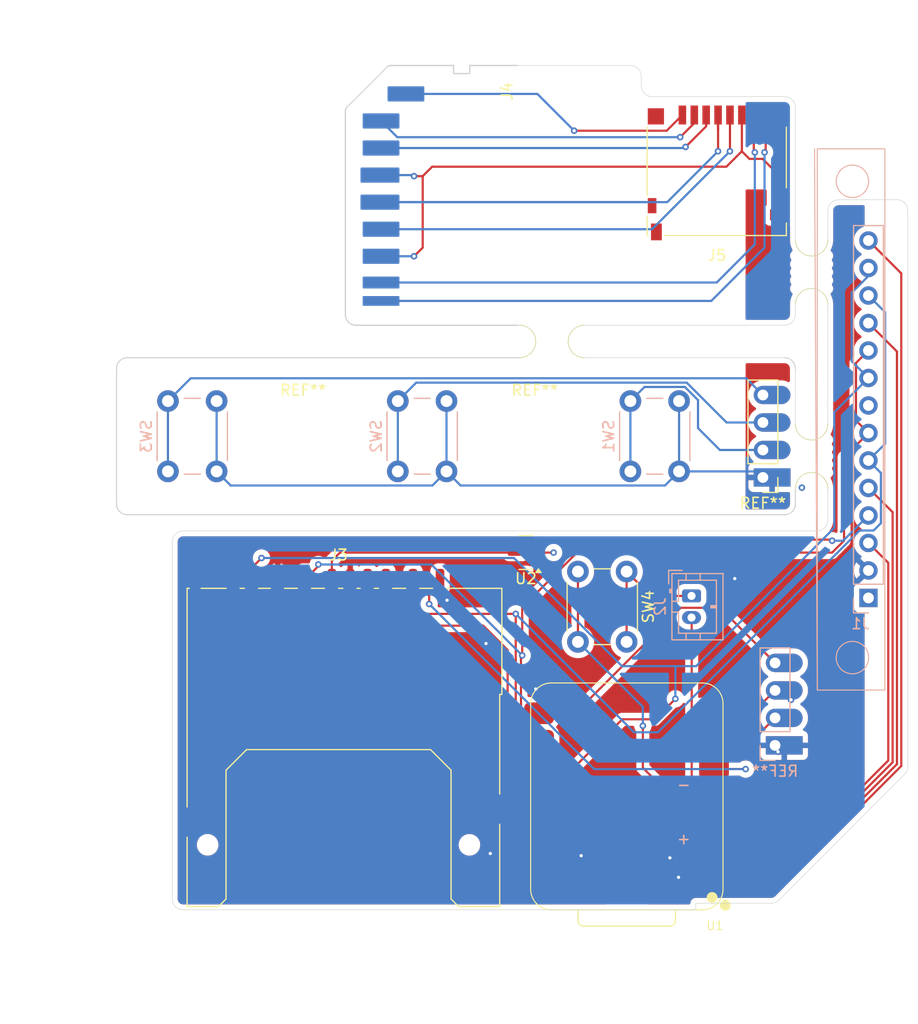
<source format=kicad_pcb>
(kicad_pcb (version 20241229) (generator "pcbnew") (generator_version "9.0")
  (title_block (title "ULTRATERM PCB") (date "2025-06-28") (rev "3") (comment 1 "SD CARD IS FULL") (comment 2 "BLOOD IS FUEL") (comment 3 "MANKIND IS DEAD"))
  (layers (0 "F.Cu" signal) (2 "B.Cu" signal) (13 "F.Paste" user) (15 "B.Paste" user) (5 "F.SilkS" user "F.Silkscreen") (7 "B.SilkS" user "B.Silkscreen") (1 "F.Mask" user) (3 "B.Mask" user) (25 "Edge.Cuts" user))
  (net 0 "")
  (net 1 "Net-(J2-Pin_2)")
  (net 2 "Net-(J2-Pin_1)")
  (net 3 "MOSI")
  (net 4 "+3V3")
  (net 6 "SD CS")
  (net 7 "GND")
  (net 9 "MISO")
  (net 10 "b1")
  (net 11 "b2")
  (net 12 "b3")
  (net 13 "Net-(SW4-B)")
  (net 15 "TOUCH_CS")
  (net 16 "LCD_CS")
  (net 22 "TOUCH_PEN")
  (net 26 "LCD_DS")
  (net 27 "LCD_RES")
  (net 28 "Net-(J1-CLK)")
  (net 31 "Net-(J4-DAT0)")
  (net 32 "Net-(J5-SHIELD)")
  (net 33 "Net-(J4-CMD)")
  (net 34 "Net-(J4-VDD)")
  (net 35 "Net-(J4-CLK)")
  (net 36 "Net-(J4-CD{slash}DAT3)")
  (net 37 "Net-(J4-DAT2)")
  (net 38 "Net-(J4-DAT1)")
  (footprint "Button_Switch_THT:SW_PUSH_6mm_H13mm" (layer "F.Cu") (at 102.7 118.925 -90)
    (property "Reference" "SW4" (at 3.25 -2.000001 90) (layer "F.SilkS"))
    (property "Value" "SW_SPST")
    (pad "1" thru_hole circle (at 0 0) (size 2 2) (drill 1.1) (layers "*.Cu" "*.Mask") (net 2 "Net-(J2-Pin_1)"))
    (pad "1" thru_hole circle (at 6.5 0) (size 2 2) (drill 1.1) (layers "*.Cu" "*.Mask") (net 2 "Net-(J2-Pin_1)"))
    (pad "2" thru_hole circle (at 0 4.500001) (size 2 2) (drill 1.1) (layers "*.Cu" "*.Mask") (net 13 "Net-(SW4-B)"))
    (pad "2" thru_hole circle (at 6.500001 4.5) (size 2 2) (drill 1.1) (layers "*.Cu" "*.Mask") (net 13 "Net-(SW4-B)"))
  )
  (footprint "Connector_Card:microSD_HC_Hirose_DM3D-SF" (layer "F.Cu") (at 111.03 82.099999 180)
    (property "Reference" "J5" (at -0.025 -7.625 0) (layer "F.SilkS"))
    (property "Value" "Micro_SD_Card")
    (pad "1" smd rect (at 3.175 5.35 180) (size 0.7 1.75) (layers "F.Cu" "F.Mask" "F.Paste") (net 37 "Net-(J4-DAT2)"))
    (pad "2" smd rect (at 2.075 5.35 180) (size 0.7 1.75) (layers "F.Cu" "F.Mask" "F.Paste") (net 36 "Net-(J4-CD{slash}DAT3)"))
    (pad "3" smd rect (at 0.975 5.35 180) (size 0.7 1.75) (layers "F.Cu" "F.Mask" "F.Paste") (net 33 "Net-(J4-CMD)"))
    (pad "4" smd rect (at -0.125 5.35 180) (size 0.7 1.75) (layers "F.Cu" "F.Mask" "F.Paste") (net 34 "Net-(J4-VDD)"))
    (pad "5" smd rect (at -1.225 5.35 180) (size 0.7 1.75) (layers "F.Cu" "F.Mask" "F.Paste") (net 35 "Net-(J4-CLK)"))
    (pad "6" smd rect (at -2.325 5.35 180) (size 0.7 1.75) (layers "F.Cu" "F.Mask" "F.Paste") (net 32 "Net-(J5-SHIELD)"))
    (pad "7" smd rect (at -3.425 5.35 180) (size 0.7 1.75) (layers "F.Cu" "F.Mask" "F.Paste") (net 31 "Net-(J4-DAT0)"))
    (pad "8" smd rect (at -4.525 5.35 180) (size 0.7 1.75) (layers "F.Cu" "F.Mask" "F.Paste") (net 38 "Net-(J4-DAT1)"))
    (pad "9" smd rect (at -5.65 -3.875 180) (size 1.45 1) (layers "F.Cu" "F.Mask" "F.Paste") (net 32 "Net-(J5-SHIELD)"))
    (pad "10" smd rect (at 5.575 -5.45 180) (size 1 1.55) (layers "F.Cu" "F.Mask" "F.Paste"))
    (pad "11" smd rect (at -5.975 -2.375001 180) (size 0.8 1.5) (layers "F.Cu" "F.Mask" "F.Paste"))
    (pad "11" smd rect (at -5.725 5.225 180) (size 1.3 1.5) (layers "F.Cu" "F.Mask" "F.Paste"))
    (pad "11" smd rect (at 5.625001 5.225 180) (size 1.5 1.5) (layers "F.Cu" "F.Mask" "F.Paste"))
    (pad "11" smd rect (at 5.975 -3.025 180) (size 0.8 1.4) (layers "F.Cu" "F.Mask" "F.Paste"))
    (zone (net 0) (net_name "") (layer "F.Cu") (connect_pads (clearance 0)) (min_thickness 0.254)
      (keepout (tracks not_allowed) (vias not_allowed) (pads not_allowed) (copperpour not_allowed) (footprints not_allowed))
      (fill (thermal_gap 0.508) (thermal_bridge_width 0.508))
      (polygon (pts (xy 113.005 85.974999) (xy 110.505 85.974999) (xy 110.505 87.824999) (xy 113.005 87.824999)))
    )
    (zone (net 0) (net_name "") (layer "F.Cu") (connect_pads (clearance 0)) (min_thickness 0.254)
      (keepout (tracks not_allowed) (vias not_allowed) (pads not_allowed) (copperpour not_allowed) (footprints not_allowed))
      (fill (thermal_gap 0.508) (thermal_bridge_width 0.508))
      (polygon (pts (xy 115.955 83.624999) (xy 107.455 83.624999) (xy 107.455 81.624999) (xy 115.955 81.624999)))
    )
  )
  (footprint "Panelization:mouse-bite-3mm-slot" (layer "F.Cu") (at 95.8 97.675 180)
    (property "Reference" "mouse-bite-3mm-slot" (hide yes))
    (property "Value" "VAL**" (hide yes))
    (pad "" np_thru_hole circle (at -1.512 -1.5 180) (size 0.5 0.5) (drill 0.5) (layers "*.Cu" "*.Mask"))
    (pad "" np_thru_hole circle (at -1.512 1.5 180) (size 0.5 0.5) (drill 0.5) (layers "*.Cu" "*.Mask"))
    (pad "" np_thru_hole circle (at -0.762 1.5 180) (size 0.5 0.5) (drill 0.5) (layers "*.Cu" "*.Mask"))
    (pad "" np_thru_hole circle (at -0.75 -1.5 180) (size 0.5 0.5) (drill 0.5) (layers "*.Cu" "*.Mask"))
    (pad "" np_thru_hole circle (at 0 -1.5 180) (size 0.5 0.5) (drill 0.5) (layers "*.Cu" "*.Mask"))
    (pad "" np_thru_hole circle (at 0 1.5 180) (size 0.5 0.5) (drill 0.5) (layers "*.Cu" "*.Mask"))
    (pad "" np_thru_hole circle (at 0.75 -1.5 180) (size 0.5 0.5) (drill 0.5) (layers "*.Cu" "*.Mask"))
    (pad "" np_thru_hole circle (at 0.75 1.5 180) (size 0.5 0.5) (drill 0.5) (layers "*.Cu" "*.Mask"))
    (pad "" np_thru_hole circle (at 1.524 -1.5 180) (size 0.5 0.5) (drill 0.5) (layers "*.Cu" "*.Mask"))
    (pad "" np_thru_hole circle (at 1.524 1.5 180) (size 0.5 0.5) (drill 0.5) (layers "*.Cu" "*.Mask"))
  )
  (footprint "Connector_PinHeader_2.54mm:PinHeader_1x04_P2.54mm_Vertical" (layer "F.Cu") (at 115.299999 110.234999 180)
    (property "Reference" "REF**" (at 0 -2.38 0) (layer "F.SilkS"))
    (property "Value" "PinHeader_1x04_P2.54mm_Vertical")
    (pad "1" thru_hole rect (at 0 0 180) (size 3.4 1.7) (drill 1 (offset -0.85 0)) (layers "*.Cu" "*.Mask") (net 7 "GND"))
    (pad "2" thru_hole roundrect (at 0 2.54 180) (size 3.4 1.7) (drill 1 (offset -0.85 0)) (layers "*.Cu" "*.Mask") (roundrect_rratio 0.5) (net 10 "b1"))
    (pad "3" thru_hole roundrect (at 0 5.079999 180) (size 3.4 1.7) (drill 1 (offset -0.85 0)) (layers "*.Cu" "*.Mask") (roundrect_rratio 0.5) (net 11 "b2"))
    (pad "4" thru_hole roundrect (at 0 7.62 180) (size 3.4 1.7) (drill 1 (offset -0.85 0)) (layers "*.Cu" "*.Mask") (roundrect_rratio 0.5) (net 12 "b3"))
  )
  (footprint "Package_TO_SOT_SMD:SOT-23" (layer "F.Cu") (at 93.387501 117.175 180)
    (property "Reference" "U2" (at 0 -2.4 0) (layer "F.SilkS"))
    (property "Value" "LM809")
    (pad "1" smd roundrect (at -0.9375 -0.95 180) (size 1.475 0.6) (layers "F.Cu" "F.Mask" "F.Paste") (net 7 "GND"))
    (pad "2" smd roundrect (at -0.9375 0.95 180) (size 1.475 0.6) (layers "F.Cu" "F.Mask" "F.Paste") (net 27 "LCD_RES"))
    (pad "3" smd roundrect (at 0.937501 0 180) (size 1.475 0.6) (layers "F.Cu" "F.Mask" "F.Paste") (net 4 "+3V3"))
  )
  (footprint "Panelization:mouse-bite-3mm-slot" (layer "F.Cu") (at 119.8 108.275999 90)
    (property "Reference" "mouse-bite-3mm-slot" (hide yes))
    (property "Value" "VAL**" (hide yes))
    (pad "" np_thru_hole circle (at -1.512 -1.5 90) (size 0.5 0.5) (drill 0.5) (layers "*.Cu" "*.Mask"))
    (pad "" np_thru_hole circle (at -1.512 1.5 90) (size 0.5 0.5) (drill 0.5) (layers "*.Cu" "*.Mask"))
    (pad "" np_thru_hole circle (at -0.762 1.5 90) (size 0.5 0.5) (drill 0.5) (layers "*.Cu" "*.Mask"))
    (pad "" np_thru_hole circle (at -0.75 -1.5 90) (size 0.5 0.5) (drill 0.5) (layers "*.Cu" "*.Mask"))
    (pad "" np_thru_hole circle (at 0 -1.5 90) (size 0.5 0.5) (drill 0.5) (layers "*.Cu" "*.Mask"))
    (pad "" np_thru_hole circle (at 0 1.5 90) (size 0.5 0.5) (drill 0.5) (layers "*.Cu" "*.Mask"))
    (pad "" np_thru_hole circle (at 0.75 -1.5 90) (size 0.5 0.5) (drill 0.5) (layers "*.Cu" "*.Mask"))
    (pad "" np_thru_hole circle (at 0.75 1.5 90) (size 0.5 0.5) (drill 0.5) (layers "*.Cu" "*.Mask"))
    (pad "" np_thru_hole circle (at 1.524 -1.5 90) (size 0.5 0.5) (drill 0.5) (layers "*.Cu" "*.Mask"))
    (pad "" np_thru_hole circle (at 1.524 1.5 90) (size 0.5 0.5) (drill 0.5) (layers "*.Cu" "*.Mask"))
  )
  (footprint "MountingHole:MountingHole_2.5mm" (layer "F.Cu") (at 72.8 105.675)
    (property "Reference" "REF**" (at 0 -3.5 0) (layer "F.SilkS"))
    (property "Value" "MountingHole_2.5mm")
    (pad "" np_thru_hole circle (at 0 0) (size 2.5 2.5) (drill 2.5) (layers "*.Cu" "*.Mask"))
  )
  (footprint "XAIO:XIAO-ESP32S3-SMD" (layer "F.Cu") (at 102.713637 150.175 180)
    (property "Reference" "U1" (at -9 -1.01 0) (layer "F.SilkS") (effects (font (size 0.78232 0.78232) (thickness 0.10668)) (justify right top)))
    (property "Value" "XIAO-ESP32-S3-SMD")
    (pad "1" smd roundrect (at -8.061364 2.917 180) (size 2.75 2) (layers "F.Cu" "F.Mask" "F.Paste") (net 22 "TOUCH_PEN"))
    (pad "2" smd roundrect (at -8.061364 5.457 180) (size 2.75 2) (layers "F.Cu" "F.Mask" "F.Paste") (net 15 "TOUCH_CS"))
    (pad "3" smd roundrect (at -8.061364 7.997 180) (size 2.75 2) (layers "F.Cu" "F.Mask" "F.Paste") (net 26 "LCD_DS"))
    (pad "4" smd roundrect (at -8.061364 10.537 180) (size 2.75 2) (layers "F.Cu" "F.Mask" "F.Paste") (net 16 "LCD_CS"))
    (pad "5" smd roundrect (at -8.061364 13.077 180) (size 2.75 2) (layers "F.Cu" "F.Mask" "F.Paste") (net 6 "SD CS"))
    (pad "6" smd roundrect (at -8.061364 15.617 180) (size 2.75 2) (layers "F.Cu" "F.Mask" "F.Paste") (net 10 "b1"))
    (pad "7" smd roundrect (at -8.061364 18.157 180) (size 2.75 2) (layers "F.Cu" "F.Mask" "F.Paste") (net 11 "b2"))
    (pad "8" smd roundrect (at 8.103636 18.157 180) (size 2.75 2) (layers "F.Cu" "F.Mask" "F.Paste") (net 12 "b3"))
    (pad "9" smd roundrect (at 8.103636 15.616999 180) (size 2.75 2) (layers "F.Cu" "F.Mask" "F.Paste") (net 28 "Net-(J1-CLK)"))
    (pad "10" smd roundrect (at 8.103636 13.077 180) (size 2.75 2) (layers "F.Cu" "F.Mask" "F.Paste") (net 9 "MISO"))
    (pad "11" smd roundrect (at 8.103636 10.537 180) (size 2.75 2) (layers "F.Cu" "F.Mask" "F.Paste") (net 3 "MOSI"))
    (pad "12" smd roundrect (at 8.103636 7.997 180) (size 2.75 2) (layers "F.Cu" "F.Mask" "F.Paste") (net 4 "+3V3"))
    (pad "13" smd roundrect (at 8.103636 5.457001 180) (size 2.75 2) (layers "F.Cu" "F.Mask" "F.Paste") (net 7 "GND"))
    (pad "14" smd roundrect (at 8.103636 2.917 180) (size 2.75 2) (layers "F.Cu" "F.Mask" "F.Paste"))
    (pad "15" smd roundrect (at -4.451364 10.155) (size 2.5 1.1) (layers "F.Cu" "F.Mask" "F.Paste") (net 13 "Net-(SW4-B)"))
    (pad "16" smd roundrect (at -4.451364 8.25) (size 2.5 1.1) (layers "F.Cu" "F.Mask" "F.Paste") (net 1 "Net-(J2-Pin_2)"))
    (pad "17" smd circle (at -1.276364 1.905 180) (size 1.7 1.7) (layers "F.Cu" "F.Mask" "F.Paste"))
    (pad "18" smd circle (at 1.263636 1.905 180) (size 1.7 1.7) (layers "F.Cu" "F.Mask" "F.Paste"))
    (pad "19" smd circle (at -1.276364 4.445 180) (size 1.7 1.7) (layers "F.Cu" "F.Mask" "F.Paste"))
    (pad "20" smd circle (at 1.263636 4.445 180) (size 1.7 1.7) (layers "F.Cu" "F.Mask" "F.Paste"))
    (pad "21" smd circle (at -1.276364 6.985 180) (size 1.7 1.7) (layers "F.Cu" "F.Mask" "F.Paste"))
    (pad "22" smd circle (at 1.263636 6.985 180) (size 1.7 1.7) (layers "F.Cu" "F.Mask" "F.Paste"))
    (pad "23" smd circle (at -1.276365 9.525 180) (size 1.7 1.7) (layers "F.Cu" "F.Mask" "F.Paste"))
    (pad "24" smd circle (at 1.263637 9.525 180) (size 1.7 1.7) (layers "F.Cu" "F.Mask" "F.Paste"))
  )
  (footprint "Panelization:mouse-bite-3mm-slot" (layer "F.Cu") (at 119.8 91.275 90)
    (property "Reference" "mouse-bite-3mm-slot" (hide yes))
    (property "Value" "VAL**" (hide yes))
    (pad "" np_thru_hole circle (at -1.512 -1.5 90) (size 0.5 0.5) (drill 0.5) (layers "*.Cu" "*.Mask"))
    (pad "" np_thru_hole circle (at -1.512 1.5 90) (size 0.5 0.5) (drill 0.5) (layers "*.Cu" "*.Mask"))
    (pad "" np_thru_hole circle (at -0.762 1.5 90) (size 0.5 0.5) (drill 0.5) (layers "*.Cu" "*.Mask"))
    (pad "" np_thru_hole circle (at -0.75 -1.5 90) (size 0.5 0.5) (drill 0.5) (layers "*.Cu" "*.Mask"))
    (pad "" np_thru_hole circle (at 0 -1.5 90) (size 0.5 0.5) (drill 0.5) (layers "*.Cu" "*.Mask"))
    (pad "" np_thru_hole circle (at 0 1.5 90) (size 0.5 0.5) (drill 0.5) (layers "*.Cu" "*.Mask"))
    (pad "" np_thru_hole circle (at 0.75 -1.5 90) (size 0.5 0.5) (drill 0.5) (layers "*.Cu" "*.Mask"))
    (pad "" np_thru_hole circle (at 0.75 1.5 90) (size 0.5 0.5) (drill 0.5) (layers "*.Cu" "*.Mask"))
    (pad "" np_thru_hole circle (at 1.524 -1.5 90) (size 0.5 0.5) (drill 0.5) (layers "*.Cu" "*.Mask"))
    (pad "" np_thru_hole circle (at 1.524 1.5 90) (size 0.5 0.5) (drill 0.5) (layers "*.Cu" "*.Mask"))
  )
  (footprint "Connector_Card:SD_Kyocera_145638009511859+" (layer "F.Cu") (at 76.07 132.175)
    (property "Reference" "J3" (at 0 -14.78 180) (layer "F.SilkS"))
    (property "Value" "SD_Card_Receptacle")
    (pad "" np_thru_hole circle (at -12.1 12 180) (size 1.5 1.5) (drill 1.5) (layers "*.Cu" "*.Mask"))
    (pad "" np_thru_hole circle (at 12.1 12 180) (size 1.5 1.5) (drill 1.5) (layers "*.Cu" "*.Mask"))
    (pad "1" smd roundrect (at 6.88 -12.5) (size 0.8 2) (layers "F.Cu" "F.Mask" "F.Paste") (roundrect_rratio 0.313) (net 6 "SD CS"))
    (pad "2" smd roundrect (at 4.38 -12.5) (size 0.8 2) (layers "F.Cu" "F.Mask" "F.Paste") (roundrect_rratio 0.313) (net 3 "MOSI"))
    (pad "3" smd roundrect (at 1.08 -12.5) (size 0.8 2) (layers "F.Cu" "F.Mask" "F.Paste") (roundrect_rratio 0.313) (net 7 "GND"))
    (pad "4" smd roundrect (at -0.62 -12.5) (size 0.8 2) (layers "F.Cu" "F.Mask" "F.Paste") (roundrect_rratio 0.313) (net 4 "+3V3"))
    (pad "5" smd roundrect (at -3.12 -12.5) (size 0.8 2) (layers "F.Cu" "F.Mask" "F.Paste") (roundrect_rratio 0.313) (net 28 "Net-(J1-CLK)"))
    (pad "6" smd roundrect (at -5.62 -12.5) (size 0.8 2) (layers "F.Cu" "F.Mask" "F.Paste") (roundrect_rratio 0.313) (net 7 "GND"))
    (pad "7" smd roundrect (at -8.05 -12.5) (size 0.8 2) (layers "F.Cu" "F.Mask" "F.Paste") (roundrect_rratio 0.313) (net 9 "MISO"))
    (pad "8" smd roundrect (at -9.75 -12.5) (size 0.8 2) (layers "F.Cu" "F.Mask" "F.Paste") (roundrect_rratio 0.313))
    (pad "9" smd roundrect (at 9.38 -12.5) (size 0.8 2) (layers "F.Cu" "F.Mask" "F.Paste") (roundrect_rratio 0.313))
    (pad "10" smd roundrect (at 2.68 -12.5) (size 0.8 2) (layers "F.Cu" "F.Mask" "F.Paste") (roundrect_rratio 0.313))
    (pad "11" smd roundrect (at -13.24 -12.5) (size 0.7 2) (layers "F.Cu" "F.Mask" "F.Paste") (roundrect_rratio 0.357))
    (pad "12" smd roundrect (at 14.1 8.7) (size 1.8 2.4) (layers "F.Cu" "F.Mask" "F.Paste") (roundrect_rratio 0.139) (net 7 "GND"))
    (pad "13" smd roundrect (at -13.25 9.9) (size 1.7 2.4) (layers "F.Cu" "F.Mask" "F.Paste") (roundrect_rratio 0.147) (net 7 "GND"))
  )
  (footprint "MountingHole:MountingHole_2.5mm" (layer "F.Cu") (at 94.2 105.675)
    (property "Reference" "REF**" (at 0 -3.5 0) (layer "F.SilkS"))
    (property "Value" "MountingHole_2.5mm")
    (pad "" np_thru_hole circle (at 0 0) (size 2.5 2.5) (drill 2.5) (layers "*.Cu" "*.Mask"))
  )
  (footprint "Connector_Card:SD_Card_Device_16mm_SlotDepth" (layer "F.Cu") (at 92.699999 84.175 90)
    (property "Reference" "J4" (at 9.6 -1.05 90) (layer "F.SilkS"))
    (property "Value" "SD_Card_Device")
    (fp_line (start -11 -16) (end 7.792893 -16) (stroke (width 0.12)) (layer "Edge.Cuts"))
    (fp_line (start 8.146447 -15.853553) (end 11.853554 -12.146446) (stroke (width 0.12)) (layer "Edge.Cuts"))
    (fp_line (start 12 -11.792893) (end 12 -6) (stroke (width 0.12)) (layer "Edge.Cuts"))
    (fp_line (start 12 -6) (end 11.25 -6) (stroke (width 0.12)) (layer "Edge.Cuts"))
    (fp_line (start 11.25 -6) (end 11.25 -4.5) (stroke (width 0.12)) (layer "Edge.Cuts"))
    (fp_line (start 12 -4.5) (end 12 -0.05) (stroke (width 0.12)) (layer "Edge.Cuts"))
    (fp_line (start 11.25 -4.5) (end 12 -4.5) (stroke (width 0.12)) (layer "Edge.Cuts"))
    (fp_line (start -12 -0.05) (end -12 -15) (stroke (width 0.12)) (layer "Edge.Cuts"))
    (fp_arc (start 7.792893 -16) (mid 7.984235 -15.96194) (end 8.146447 -15.853553) (stroke (width 0.12)) (layer "Edge.Cuts"))
    (fp_arc (start -12 -15) (mid -11.707107 -15.707107) (end -11 -16) (stroke (width 0.12)) (layer "Edge.Cuts"))
    (fp_arc (start 11.853554 -12.146446) (mid 11.96194 -11.984234) (end 12 -11.792893) (stroke (width 0.12)) (layer "Edge.Cuts"))
    (pad "1" connect roundrect (at 6.875 -12.7 90) (size 1.4 3.4) (layers "B.Cu" "B.Mask") (roundrect_rratio 0.07142857143) (net 36 "Net-(J4-CD{slash}DAT3)") (clearance 0.05))
    (pad "2" connect roundrect (at 4.375 -12.7 90) (size 1.4 3.4) (layers "B.Cu" "B.Mask") (roundrect_rratio 0.07142857143) (net 33 "Net-(J4-CMD)") (clearance 0.05))
    (pad "3" connect roundrect (at 1.875 -12.8 90) (size 1.4 3.6) (layers "B.Cu" "B.Mask") (roundrect_rratio 0.07142857143) (net 32 "Net-(J5-SHIELD)") (clearance 0.05))
    (pad "4" connect roundrect (at -0.625 -12.8 90) (size 1.4 3.6) (layers "B.Cu" "B.Mask") (roundrect_rratio 0.07142857143) (net 34 "Net-(J4-VDD)") (clearance 0.05))
    (pad "5" connect roundrect (at -3.125 -12.7 90) (size 1.4 3.4) (layers "B.Cu" "B.Mask") (roundrect_rratio 0.07142857143) (net 35 "Net-(J4-CLK)") (clearance 0.05))
    (pad "6" connect roundrect (at -5.625001 -12.7 90) (size 1.4 3.4) (layers "B.Cu" "B.Mask") (roundrect_rratio 0.07142857143) (net 32 "Net-(J5-SHIELD)") (clearance 0.05))
    (pad "7" connect roundrect (at -8.05 -12.700001 90) (size 1.1 3.4) (layers "B.Cu" "B.Mask") (roundrect_rratio 0.07142857143) (net 31 "Net-(J4-DAT0)") (clearance 0.05))
    (pad "8" connect roundrect (at -9.75 -12.7 90) (size 0.9 3.4) (layers "B.Cu" "B.Mask") (roundrect_rratio 0.07142857143) (net 38 "Net-(J4-DAT1)") (clearance 0.05))
    (pad "9" connect roundrect (at 9.375001 -10.4 90) (size 1.4 3.4) (layers "B.Cu" "B.Mask") (roundrect_rratio 0.07142857143) (net 37 "Net-(J4-DAT2)") (clearance 0.05))
  )
  (footprint "Button_Switch_THT:SW_PUSH_6mm" (layer "B.Cu") (at 103.049999 103.174999 -90)
    (property "Reference" "SW1" (at 3.25 2.000001 90) (layer "B.SilkS") (effects (justify mirror)))
    (property "Value" "SW_Push")
    (pad "1" thru_hole circle (at 0 0 180) (size 2 2) (drill 1.1) (layers "*.Cu" "*.Mask") (net 10 "b1"))
    (pad "1" thru_hole circle (at 6.5 0 180) (size 2 2) (drill 1.1) (layers "*.Cu" "*.Mask") (net 10 "b1"))
    (pad "2" thru_hole circle (at 0 -4.500001 180) (size 2 2) (drill 1.1) (layers "*.Cu" "*.Mask") (net 7 "GND"))
    (pad "2" thru_hole circle (at 6.500001 -4.5 180) (size 2 2) (drill 1.1) (layers "*.Cu" "*.Mask") (net 7 "GND"))
  )
  (footprint "Connector_PinHeader_2.54mm:PinHeader_1x14_P2.54mm_Vertical" (layer "B.Cu") (at 125.825 104.875)
    (property "Reference" "J1" (at -1.5 18.87 180) (layer "B.SilkS") (effects (justify mirror)))
    (property "Value" "ILI9341")
    (pad "1" thru_hole rect (at -0.77 16.49) (size 1.7 1.7) (drill 1) (layers "*.Cu" "*.Mask") (net 4 "+3V3"))
    (pad "2" thru_hole circle (at -0.77 13.95) (size 1.7 1.7) (drill 1) (layers "*.Cu" "*.Mask") (net 7 "GND"))
    (pad "3" thru_hole circle (at -0.77 11.41) (size 1.7 1.7) (drill 1) (layers "*.Cu" "*.Mask") (net 16 "LCD_CS"))
    (pad "4" thru_hole circle (at -0.77 8.87) (size 1.7 1.7) (drill 1) (layers "*.Cu" "*.Mask") (net 27 "LCD_RES"))
    (pad "5" thru_hole circle (at -0.77 6.33) (size 1.7 1.7) (drill 1) (layers "*.Cu" "*.Mask") (net 26 "LCD_DS"))
    (pad "6" thru_hole circle (at -0.77 3.79) (size 1.7 1.7) (drill 1) (layers "*.Cu" "*.Mask") (net 3 "MOSI"))
    (pad "7" thru_hole circle (at -0.77 1.25) (size 1.7 1.7) (drill 1) (layers "*.Cu" "*.Mask") (net 28 "Net-(J1-CLK)"))
    (pad "8" thru_hole circle (at -0.77 -1.29) (size 1.7 1.7) (drill 1) (layers "*.Cu" "*.Mask") (net 4 "+3V3"))
    (pad "9" thru_hole circle (at -0.77 -3.83) (size 1.7 1.7) (drill 1) (layers "*.Cu" "*.Mask") (net 9 "MISO"))
    (pad "10" thru_hole circle (at -0.77 -6.37) (size 1.7 1.7) (drill 1) (layers "*.Cu" "*.Mask") (net 28 "Net-(J1-CLK)"))
    (pad "11" thru_hole circle (at -0.77 -8.91) (size 1.7 1.7) (drill 1) (layers "*.Cu" "*.Mask") (net 15 "TOUCH_CS"))
    (pad "12" thru_hole circle (at -0.77 -11.45) (size 1.7 1.7) (drill 1) (layers "*.Cu" "*.Mask") (net 3 "MOSI"))
    (pad "13" thru_hole circle (at -0.77 -13.99) (size 1.7 1.7) (drill 1) (layers "*.Cu" "*.Mask") (net 9 "MISO"))
    (pad "14" thru_hole circle (at -0.77 -16.53) (size 1.7 1.7) (drill 1) (layers "*.Cu" "*.Mask") (net 22 "TOUCH_PEN"))
  )
  (footprint "Connector_JST:JST_PH_B2B-PH-K_1x02_P2.00mm_Vertical" (layer "B.Cu") (at 108.7 121.175 -90)
    (property "Reference" "J2" (at 1 2.9 90) (layer "B.SilkS") (effects (justify mirror)))
    (property "Value" "Battery_plug")
    (pad "1" thru_hole roundrect (at 0 0 270) (size 1.2 1.75) (drill 0.75) (layers "*.Cu" "*.Mask") (roundrect_rratio 0.208333) (net 2 "Net-(J2-Pin_1)"))
    (pad "2" thru_hole oval (at 2.000001 0 270) (size 1.2 1.75) (drill 0.75) (layers "*.Cu" "*.Mask") (net 1 "Net-(J2-Pin_2)"))
  )
  (footprint "Button_Switch_THT:SW_PUSH_6mm" (layer "B.Cu") (at 60.299997 103.174999 -90)
    (property "Reference" "SW3" (at 3.25 2.000001 90) (layer "B.SilkS") (effects (justify mirror)))
    (property "Value" "SW_Push")
    (pad "1" thru_hole circle (at 0 0 180) (size 2 2) (drill 1.1) (layers "*.Cu" "*.Mask") (net 12 "b3"))
    (pad "1" thru_hole circle (at 6.5 0 180) (size 2 2) (drill 1.1) (layers "*.Cu" "*.Mask") (net 12 "b3"))
    (pad "2" thru_hole circle (at 0 -4.500001 180) (size 2 2) (drill 1.1) (layers "*.Cu" "*.Mask") (net 7 "GND"))
    (pad "2" thru_hole circle (at 6.500001 -4.5 180) (size 2 2) (drill 1.1) (layers "*.Cu" "*.Mask") (net 7 "GND"))
  )
  (footprint "Button_Switch_THT:SW_PUSH_6mm" (layer "B.Cu") (at 81.549999 103.174998 -90)
    (property "Reference" "SW2" (at 3.25 2.000001 90) (layer "B.SilkS") (effects (justify mirror)))
    (property "Value" "SW_Push")
    (pad "1" thru_hole circle (at 0 0 180) (size 2 2) (drill 1.1) (layers "*.Cu" "*.Mask") (net 11 "b2"))
    (pad "1" thru_hole circle (at 6.5 0 180) (size 2 2) (drill 1.1) (layers "*.Cu" "*.Mask") (net 11 "b2"))
    (pad "2" thru_hole circle (at 0 -4.500001 180) (size 2 2) (drill 1.1) (layers "*.Cu" "*.Mask") (net 7 "GND"))
    (pad "2" thru_hole circle (at 6.500001 -4.5 180) (size 2 2) (drill 1.1) (layers "*.Cu" "*.Mask") (net 7 "GND"))
  )
  (footprint "Connector_PinHeader_2.54mm:PinHeader_1x04_P2.54mm_Vertical" (layer "B.Cu") (at 116.4225 134.985)
    (property "Reference" "REF**" (at 0 2.38 0) (layer "B.SilkS") (effects (justify mirror)))
    (property "Value" "PinHeader_1x04_P2.54mm_Vertical")
    (pad "1" thru_hole rect (at 0 0) (size 3.4 1.7) (drill 1 (offset 0.85 0)) (layers "*.Cu" "*.Mask") (net 7 "GND"))
    (pad "2" thru_hole roundrect (at 0 -2.54) (size 3.4 1.7) (drill 1 (offset 0.85 0)) (layers "*.Cu" "*.Mask") (roundrect_rratio 0.5) (net 10 "b1"))
    (pad "3" thru_hole roundrect (at 0 -5.079999) (size 3.4 1.7) (drill 1 (offset 0.85 0)) (layers "*.Cu" "*.Mask") (roundrect_rratio 0.5) (net 11 "b2"))
    (pad "4" thru_hole roundrect (at 0 -7.62) (size 3.4 1.7) (drill 1 (offset 0.85 0)) (layers "*.Cu" "*.Mask") (roundrect_rratio 0.5) (net 12 "b3"))
  )
  (gr_line (start 127.6929 84.575) (end 122.3 84.582107) (stroke (width 0.05)) (layer "Edge.Cuts"))
  (gr_line (start 116.785786 149.275) (end 128.4 137.660786) (stroke (width 0.05)) (layer "Edge.Cuts"))
  (gr_line (start 55.549998 112.675) (end 55.549999 100.175001) (stroke (width 0.1)) (layer "Edge.Cuts"))
  (gr_line (start 120.3 115.175) (end 61.7 115.175) (stroke (width 0.05)) (layer "Edge.Cuts"))
  (gr_arc (start 103.05 72.175) (mid 103.757107 72.467893) (end 104.05 73.175) (stroke (width 0.05)) (layer "Edge.Cuts"))
  (gr_arc (start 118.3 94.275) (mid 119.8 92.775) (end 121.3 94.275) (stroke (width 0.05)) (layer "Edge.Cuts"))
  (gr_line (start 117.3 99.174999) (end 98.8 99.175) (stroke (width 0.05)) (layer "Edge.Cuts"))
  (gr_arc (start 121.3 85.582107) (mid 121.592893 84.875) (end 122.3 84.582107) (stroke (width 0.05)) (layer "Edge.Cuts"))
  (gr_line (start 104.05 74.049999) (end 104.05 73.175) (stroke (width 0.05)) (layer "Edge.Cuts"))
  (gr_arc (start 118.3 95.175) (mid 118.007107 95.882107) (end 117.3 96.175) (stroke (width 0.05)) (layer "Edge.Cuts"))
  (gr_line (start 56.55 99.175834) (end 92.8 99.175833) (stroke (width 0.1)) (layer "Edge.Cuts"))
  (gr_line (start 60.7 116.175) (end 60.7 149.175) (stroke (width 0.05)) (layer "Edge.Cuts"))
  (gr_line (start 92.649999 96.175) (end 92.8 96.175) (stroke (width 0.05)) (layer "Edge.Cuts"))
  (gr_arc (start 117.3 75.049999) (mid 118.007107 75.342892) (end 118.3 76.049999) (stroke (width 0.05)) (layer "Edge.Cuts"))
  (gr_line (start 118.3 100.174999) (end 118.3 105.275) (stroke (width 0.05)) (layer "Edge.Cuts"))
  (gr_line (start 109.1 149.575) (end 116.087556 149.567893) (stroke (width 0.05)) (layer "Edge.Cuts"))
  (gr_arc (start 105.05 75.049999) (mid 104.342894 74.757106) (end 104.05 74.049999) (stroke (width 0.05)) (layer "Edge.Cuts"))
  (gr_line (start 121.3 88.275) (end 121.3 85.5821) (stroke (width 0.05)) (layer "Edge.Cuts"))
  (gr_arc (start 117.3 99.174999) (mid 118.007107 99.467892) (end 118.3 100.174999) (stroke (width 0.1)) (layer "Edge.Cuts"))
  (gr_line (start 121.3 114.175) (end 121.3 111.275) (stroke (width 0.05)) (layer "Edge.Cuts"))
  (gr_arc (start 98.8 99.175) (mid 97.3 97.675) (end 98.8 96.175) (stroke (width 0.05)) (layer "Edge.Cuts"))
  (gr_arc (start 56.549998 113.675) (mid 55.842893 113.382106) (end 55.549998 112.675) (stroke (width 0.1)) (layer "Edge.Cuts"))
  (gr_line (start 118.3 76.05) (end 118.3 88.275) (stroke (width 0.05)) (layer "Edge.Cuts"))
  (gr_arc (start 118.299999 112.675) (mid 118.007106 113.382106) (end 117.299999 113.675) (stroke (width 0.1)) (layer "Edge.Cuts"))
  (gr_line (start 61.7 150.175) (end 109.1 150.175) (stroke (width 0.05)) (layer "Edge.Cuts"))
  (gr_arc (start 116.785786 149.275) (mid 116.461356 149.491747) (end 116.078679 149.567893) (stroke (width 0.05)) (layer "Edge.Cuts"))
  (gr_arc (start 55.549999 100.175001) (mid 55.842892 99.467893) (end 56.549999 99.175001) (stroke (width 0.1)) (layer "Edge.Cuts"))
  (gr_arc (start 121.3 114.175) (mid 121.007107 114.882107) (end 120.3 115.175) (stroke (width 0.05)) (layer "Edge.Cuts"))
  (gr_arc (start 118.3 111.275) (mid 119.8 109.775) (end 121.3 111.275) (stroke (width 0.05)) (layer "Edge.Cuts"))
  (gr_arc (start 61.7 150.175) (mid 60.992893 149.882107) (end 60.7 149.175) (stroke (width 0.05)) (layer "Edge.Cuts"))
  (gr_arc (start 92.8 96.174167) (mid 94.300833 97.675) (end 92.8 99.175833) (stroke (width 0.05)) (layer "Edge.Cuts"))
  (gr_line (start 92.65 72.175) (end 103.05 72.175) (stroke (width 0.05)) (layer "Edge.Cuts"))
  (gr_arc (start 127.692893 84.575) (mid 128.4 84.867893) (end 128.692893 85.575) (stroke (width 0.05)) (layer "Edge.Cuts"))
  (gr_line (start 117.299999 113.675) (end 56.549998 113.675) (stroke (width 0.1)) (layer "Edge.Cuts"))
  (gr_line (start 121.3 105.275) (end 121.3 94.275) (stroke (width 0.05)) (layer "Edge.Cuts"))
  (gr_arc (start 128.692893 136.953679) (mid 128.616771 137.33636) (end 128.4 137.660786) (stroke (width 0.05)) (layer "Edge.Cuts"))
  (gr_line (start 118.3 111.275) (end 118.299999 112.675) (stroke (width 0.1)) (layer "Edge.Cuts"))
  (gr_arc (start 121.3 88.275) (mid 119.8 89.775) (end 118.3 88.275) (stroke (width 0.05)) (layer "Edge.Cuts"))
  (gr_line (start 118.3 95.175) (end 118.3 94.275) (stroke (width 0.05)) (layer "Edge.Cuts"))
  (gr_line (start 98.8 96.175) (end 117.3 96.175) (stroke (width 0.05)) (layer "Edge.Cuts"))
  (gr_line (start 128.692893 136.953679) (end 128.692893 85.578741) (stroke (width 0.05)) (layer "Edge.Cuts"))
  (gr_arc (start 60.7 116.175) (mid 60.992893 115.467893) (end 61.7 115.175) (stroke (width 0.05)) (layer "Edge.Cuts"))
  (gr_line (start 117.3 75.049999) (end 105.05 75.049999) (stroke (width 0.05)) (layer "Edge.Cuts"))
  (gr_arc (start 121.3 105.275) (mid 119.8 106.775) (end 118.3 105.275) (stroke (width 0.05)) (layer "Edge.Cuts"))
  (gr_line (start 109.1 150.175) (end 109.1 149.575) (stroke (width 0.05)) (layer "Edge.Cuts"))
  (gr_text "-\n" (at 108.7 138.175 180) (layer "B.SilkS") (effects (font (size 1 1)) (justify left bottom)))
  (gr_text "+" (at 108.7 143.175 180) (layer "B.SilkS") (effects (font (size 1 1)) (justify left bottom)))
  (segment (start 108.415001 141.925) (end 108.716001 141.624) (width 0.2) (layer "F.Cu") (net 1))
  (segment (start 107.165001 141.925) (end 108.415001 141.925) (width 0.2) (layer "F.Cu") (net 1))
  (segment (start 108.716001 123.191002) (end 108.7 123.175001) (width 0.2) (layer "F.Cu") (net 1))
  (segment (start 108.716001 141.624) (end 108.716001 123.191002) (width 0.2) (layer "F.Cu") (net 1))
  (segment (start 104.95 121.175) (end 108.7 121.175) (width 0.2) (layer "F.Cu") (net 2))
  (segment (start 102.7 118.925) (end 104.95 121.175) (width 0.2) (layer "F.Cu") (net 2))
  (segment (start 102.7 118.925) (end 102.7 125.425) (width 0.2) (layer "F.Cu") (net 2))
  (segment (start 92.45 122.835107) (end 83.610107 122.835107) (width 0.2) (layer "F.Cu") (net 3))
  (segment (start 83.610107 122.835107) (end 80.45 119.675) (width 0.2) (layer "F.Cu") (net 3))
  (segment (start 92.45 138.675) (end 93.413 139.638) (width 0.2) (layer "F.Cu") (net 3))
  (segment (start 92.45 122.835107) (end 92.45 138.675) (width 0.2) (layer "F.Cu") (net 3))
  (segment (start 93.413 139.638) (end 94.610001 139.638) (width 0.2) (layer "F.Cu") (net 3))
  (via (at 92.45 122.835107) (size 0.6) (drill 0.3) (layers "F.Cu" "B.Cu") (net 3))
  (segment (start 126.6 94.97) (end 126.6 107.12) (width 0.2) (layer "B.Cu") (net 3))
  (segment (start 126.206 109.816) (end 126.206 114.45976) (width 0.2) (layer "B.Cu") (net 3))
  (segment (start 103.390893 133.776) (end 92.45 122.835107) (width 0.2) (layer "B.Cu") (net 3))
  (segment (start 124.2331 115.134) (end 105.5911 133.776) (width 0.2) (layer "B.Cu") (net 3))
  (segment (start 125.055 93.425) (end 126.6 94.97) (width 0.2) (layer "B.Cu") (net 3))
  (segment (start 126.6 107.12) (end 125.055 108.665) (width 0.2) (layer "B.Cu") (net 3))
  (segment (start 126.206 114.45976) (end 125.53176 115.134) (width 0.2) (layer "B.Cu") (net 3))
  (segment (start 125.53176 115.134) (end 124.2331 115.134) (width 0.2) (layer "B.Cu") (net 3))
  (segment (start 125.055 108.665) (end 126.206 109.816) (width 0.2) (layer "B.Cu") (net 3))
  (segment (start 105.5911 133.776) (end 103.390893 133.776) (width 0.2) (layer "B.Cu") (net 3))
  (segment (start 79.7 123.925) (end 75.45 119.675) (width 0.2) (layer "F.Cu") (net 4))
  (segment (start 75.45 117.925) (end 76.2 117.175) (width 0.2) (layer "F.Cu") (net 4))
  (segment (start 89.45 123.925) (end 79.7 123.925) (width 0.2) (layer "F.Cu") (net 4))
  (segment (start 94.610001 142.178) (end 91.7 139.267999) (width 0.2) (layer "F.Cu") (net 4))
  (segment (start 95.95 117.175) (end 92.45 117.175) (width 0.2) (layer "F.Cu") (net 4))
  (segment (start 91.7 139.267999) (end 91.7 126.175) (width 0.2) (layer "F.Cu") (net 4))
  (segment (start 75.45 119.675) (end 75.45 117.925) (width 0.2) (layer "F.Cu") (net 4))
  (segment (start 91.7 126.175) (end 89.45 123.925) (width 0.2) (layer "F.Cu") (net 4))
  (segment (start 92.45 117.175) (end 76.2 117.175) (width 0.2) (layer "F.Cu") (net 4))
  (via (at 95.95 117.175) (size 0.6) (drill 0.3) (layers "F.Cu" "B.Cu") (net 4))
  (segment (start 113.7 137.175) (end 110.852001 137.175) (width 0.2) (layer "F.Cu") (net 6))
  (segment (start 84.45 121.175) (end 82.95 119.675) (width 0.2) (layer "F.Cu") (net 6))
  (segment (start 84.45 121.925) (end 84.45 121.175) (width 0.2) (layer "F.Cu") (net 6))
  (segment (start 110.852001 137.175) (end 110.775001 137.098) (width 0.2) (layer "F.Cu") (net 6))
  (via (at 113.7 137.175) (size 0.6) (drill 0.3) (layers "F.Cu" "B.Cu") (net 6))
  (via (at 84.45 121.925) (size 0.6) (drill 0.3) (layers "F.Cu" "B.Cu") (net 6))
  (segment (start 99.7 137.175) (end 84.45 121.925) (width 0.2) (layer "B.Cu") (net 6))
  (segment (start 113.7 137.175) (end 99.7 137.175) (width 0.2) (layer "B.Cu") (net 6))
  (segment (start 94.610001 144.717999) (end 90.357001 144.717999) (width 0.2) (layer "F.Cu") (net 7))
  (segment (start 90.357001 144.717999) (end 90.1 144.975) (width 0.2) (layer "F.Cu") (net 7))
  (segment (start 94.610001 144.717999) (end 98.042999 144.717999) (width 0.2) (layer "F.Cu") (net 7))
  (segment (start 98.042999 144.717999) (end 98.5 145.175) (width 0.2) (layer "F.Cu") (net 7))
  (via (at 89.7 125.575) (size 0.6) (drill 0.3) (layers "F.Cu" "B.Cu") (net 7))
  (via (at 90.1 144.975) (size 0.6) (drill 0.3) (layers "F.Cu" "B.Cu") (net 7))
  (via (at 118.9 111.175) (size 0.6) (drill 0.3) (layers "F.Cu" "B.Cu") (net 7))
  (via (at 98.5 145.175) (size 0.6) (drill 0.3) (layers "F.Cu" "B.Cu") (net 7))
  (via (at 94.3 129.775) (size 0.6) (drill 0.3) (layers "F.Cu" "B.Cu") (net 7))
  (via (at 117.9 130.775) (size 0.6) (drill 0.3) (layers "F.Cu" "B.Cu") (net 7))
  (via (at 116.7 135.575) (size 0.6) (drill 0.3) (layers "F.Cu" "B.Cu") (net 7))
  (via (at 107.5 147.175) (size 0.6) (drill 0.3) (layers "F.Cu" "B.Cu") (net 7))
  (via (at 106.7 145.375) (size 0.6) (drill 0.3) (layers "F.Cu" "B.Cu") (net 7))
  (via (at 112.7 119.575) (size 0.6) (drill 0.3) (layers "F.Cu" "B.Cu") (net 7))
  (via (at 86.1 121.575) (size 0.6) (drill 0.3) (layers "F.Cu" "B.Cu") (net 7))
  (segment (start 107.549999 109.675) (end 107.55 103.174998) (width 0.2) (layer "B.Cu") (net 7))
  (segment (start 84.749 110.975999) (end 86.049998 109.675) (width 0.2) (layer "B.Cu") (net 7))
  (segment (start 115.299999 110.234999) (end 114.74 109.675) (width 0.2) (layer "B.Cu") (net 7))
  (segment (start 106.248999 110.975999) (end 87.350998 110.975999) (width 0.2) (layer "B.Cu") (net 7))
  (segment (start 107.549999 109.675) (end 106.248999 110.975999) (width 0.2) (layer "B.Cu") (net 7))
  (segment (start 114.74 109.675) (end 107.549999 109.675) (width 0.2) (layer "B.Cu") (net 7))
  (segment (start 86.049998 109.675) (end 86.049999 103.174999) (width 0.2) (layer "B.Cu") (net 7))
  (segment (start 64.799998 109.675) (end 66.100997 110.976) (width 0.2) (layer "B.Cu") (net 7))
  (segment (start 64.799998 109.675) (end 64.799999 103.174999) (width 0.2) (layer "B.Cu") (net 7))
  (segment (start 66.100997 110.976) (end 84.749 110.975999) (width 0.2) (layer "B.Cu") (net 7))
  (segment (start 87.350998 110.975999) (end 86.049998 109.675) (width 0.2) (layer "B.Cu") (net 7))
  (segment (start 102.300735 132.574265) (end 97.777 137.098) (width 0.2) (layer "F.Cu") (net 9))
  (segment (start 68.95 117.675) (end 68.02 118.605) (width 0.2) (layer "F.Cu") (net 9))
  (segment (start 105.319265 132.574265) (end 102.300735 132.574265) (width 0.2) (layer "F.Cu") (net 9))
  (segment (start 97.777 137.098) (end 94.610001 137.098) (width 0.2) (layer "F.Cu") (net 9))
  (segment (start 68.02 118.605) (end 68.02 119.675) (width 0.2) (layer "F.Cu") (net 9))
  (segment (start 107.209265 130.684265) (end 105.319265 132.574265) (width 0.2) (layer "F.Cu") (net 9))
  (via (at 107.209265 130.684265) (size 0.6) (drill 0.3) (layers "F.Cu" "B.Cu") (net 9))
  (via (at 68.95 117.675) (size 0.6) (drill 0.3) (layers "F.Cu" "B.Cu") (net 9))
  (segment (start 123.5 93.175) (end 125.055 91.62) (width 0.2) (layer "B.Cu") (net 9))
  (segment (start 68.95 117.675) (end 92.289891 117.675) (width 0.2) (layer "B.Cu") (net 9))
  (segment (start 121.9 114.88648) (end 109.120745 127.665735) (width 0.2) (layer "B.Cu") (net 9))
  (segment (start 125.055 101.045) (end 121.9 104.2) (width 0.2) (layer "B.Cu") (net 9))
  (segment (start 92.289891 117.675) (end 102.280626 127.665735) (width 0.2) (layer "B.Cu") (net 9))
  (segment (start 102.280626 127.665735) (end 107.209265 127.665735) (width 0.2) (layer "B.Cu") (net 9))
  (segment (start 125.055 101.045) (end 123.5 99.49) (width 0.2) (layer "B.Cu") (net 9))
  (segment (start 109.120745 127.665735) (end 107.209265 127.665735) (width 0.2) (layer "B.Cu") (net 9))
  (segment (start 125.055 91.62) (end 125.055 90.885) (width 0.2) (layer "B.Cu") (net 9))
  (segment (start 121.9 104.2) (end 121.9 114.88648) (width 0.2) (layer "B.Cu") (net 9))
  (segment (start 107.209265 130.684265) (end 107.209265 127.665735) (width 0.2) (layer "B.Cu") (net 9))
  (segment (start 123.5 99.49) (end 123.5 93.175) (width 0.2) (layer "B.Cu") (net 9))
  (segment (start 110.775001 134.558) (end 114.3095 134.558) (width 0.2) (layer "F.Cu") (net 10))
  (segment (start 114.3095 134.558) (end 116.4225 132.445) (width 0.2) (layer "F.Cu") (net 10))
  (segment (start 109.299998 103.085106) (end 108.088892 101.874) (width 0.2) (layer "B.Cu") (net 10))
  (segment (start 104.350998 101.874) (end 103.049999 103.174999) (width 0.2) (layer "B.Cu") (net 10))
  (segment (start 111.319999 107.694999) (end 109.299998 105.674999) (width 0.2) (layer "B.Cu") (net 10))
  (segment (start 108.088892 101.874) (end 104.350998 101.874) (width 0.2) (layer "B.Cu") (net 10))
  (segment (start 109.299998 105.674999) (end 109.299998 103.085106) (width 0.2) (layer "B.Cu") (net 10))
  (segment (start 103.049999 109.674999) (end 103.049999 103.174999) (width 0.2) (layer "B.Cu") (net 10))
  (segment (start 115.299999 107.694999) (end 111.319999 107.694999) (width 0.2) (layer "B.Cu") (net 10))
  (segment (start 110.775001 132.018) (end 114.309501 132.018) (width 0.2) (layer "F.Cu") (net 11))
  (segment (start 111.761364 132.018) (end 111.761364 130.863636) (width 0.2) (layer "F.Cu") (net 11))
  (segment (start 114.309501 132.018) (end 116.4225 129.905001) (width 0.2) (layer "F.Cu") (net 11))
  (segment (start 111.936992 105.154999) (end 108.254993 101.472998) (width 0.2) (layer "B.Cu") (net 11))
  (segment (start 81.549999 109.675) (end 81.549999 103.174998) (width 0.2) (layer "B.Cu") (net 11))
  (segment (start 83.251999 101.472999) (end 81.549999 103.174998) (width 0.2) (layer "B.Cu") (net 11))
  (segment (start 115.299999 105.154999) (end 111.936992 105.154999) (width 0.2) (layer "B.Cu") (net 11))
  (segment (start 108.254993 101.472998) (end 83.251999 101.472999) (width 0.2) (layer "B.Cu") (net 11))
  (segment (start 97.957 132.018) (end 107.700999 122.274001) (width 0.2) (layer "F.Cu") (net 12))
  (segment (start 111.331501 122.274001) (end 116.4225 127.365) (width 0.2) (layer "F.Cu") (net 12))
  (segment (start 107.700999 122.274001) (end 111.331501 122.274001) (width 0.2) (layer "F.Cu") (net 12))
  (segment (start 94.610001 132.018) (end 97.957 132.018) (width 0.2) (layer "F.Cu") (net 12))
  (segment (start 115.299999 102.615) (end 113.756998 101.072) (width 0.2) (layer "B.Cu") (net 12))
  (segment (start 113.756998 101.072) (end 62.402999 101.071999) (width 0.2) (layer "B.Cu") (net 12))
  (segment (start 62.402999 101.071999) (end 60.299997 103.174999) (width 0.2) (layer "B.Cu") (net 12))
  (segment (start 60.299997 103.174999) (end 60.299999 109.674999) (width 0.2) (layer "B.Cu") (net 12))
  (segment (start 104.2 137.054999) (end 104.2 133.175) (width 0.2) (layer "F.Cu") (net 13))
  (segment (start 107.165001 140.02) (end 104.2 137.054999) (width 0.2) (layer "F.Cu") (net 13))
  (segment (start 98.199999 118.925) (end 98.2 125.425001) (width 0.2) (layer "F.Cu") (net 13))
  (via (at 104.2 133.175) (size 0.6) (drill 0.3) (layers "F.Cu" "B.Cu") (net 13))
  (segment (start 104.2 131.425001) (end 98.2 125.425001) (width 0.2) (layer "B.Cu") (net 13))
  (segment (start 104.2 133.175) (end 104.2 131.425001) (width 0.2) (layer "B.Cu") (net 13))
  (segment (start 119.6899 144.718) (end 110.775001 144.718) (width 0.2) (layer "F.Cu") (net 15))
  (segment (start 127.690893 98.600893) (end 127.690893 136.717007) (width 0.2) (layer "F.Cu") (net 15))
  (segment (start 127.690893 136.717007) (end 119.6899 144.718) (width 0.2) (layer "F.Cu") (net 15))
  (segment (start 125.055 95.965) (end 127.690893 98.600893) (width 0.2) (layer "F.Cu") (net 15))
  (segment (start 126.888893 136.384807) (end 126.888893 118.118893) (width 0.2) (layer "F.Cu") (net 16))
  (segment (start 123.6357 139.638) (end 126.888893 136.384807) (width 0.2) (layer "F.Cu") (net 16))
  (segment (start 126.888893 118.118893) (end 125.055 116.285) (width 0.2) (layer "F.Cu") (net 16))
  (segment (start 110.775001 139.638) (end 123.6357 139.638) (width 0.2) (layer "F.Cu") (net 16))
  (segment (start 128.091893 136.883107) (end 117.717 147.258) (width 0.2) (layer "F.Cu") (net 22))
  (segment (start 125.055 88.345) (end 128.091893 91.381893) (width 0.2) (layer "F.Cu") (net 22))
  (segment (start 128.091893 91.381893) (end 128.091893 136.883107) (width 0.2) (layer "F.Cu") (net 22))
  (segment (start 117.717 147.258) (end 110.775001 147.258) (width 0.2) (layer "F.Cu") (net 22))
  (segment (start 127.289893 136.550907) (end 121.6628 142.178) (width 0.2) (layer "F.Cu") (net 26))
  (segment (start 125.055 111.205) (end 127.289893 113.439893) (width 0.2) (layer "F.Cu") (net 26))
  (segment (start 121.6628 142.178) (end 110.775001 142.178) (width 0.2) (layer "F.Cu") (net 26))
  (segment (start 127.289893 113.439893) (end 127.289893 136.550907) (width 0.2) (layer "F.Cu") (net 26))
  (segment (start 94.575001 115.975) (end 94.325001 116.225) (width 0.2) (layer "F.Cu") (net 27))
  (segment (start 121.7 116.075) (end 121.6 115.975) (width 0.2) (layer "F.Cu") (net 27))
  (segment (start 121.6 115.975) (end 94.575001 115.975) (width 0.2) (layer "F.Cu") (net 27))
  (via (at 121.7 116.075) (size 0.6) (drill 0.3) (layers "F.Cu" "B.Cu") (net 27))
  (segment (start 121.7 116.075) (end 122.725 116.075) (width 0.2) (layer "B.Cu") (net 27))
  (segment (start 122.725 116.075) (end 125.055 113.745) (width 0.2) (layer "B.Cu") (net 27))
  (segment (start 94.610001 134.558001) (end 92.934001 132.882001) (width 0.2) (layer "F.Cu") (net 28))
  (segment (start 122.8 116.075) (end 121.7 117.175) (width 0.2) (layer "F.Cu") (net 28))
  (segment (start 123.904 99.656) (end 123.904 104.974) (width 0.2) (layer "F.Cu") (net 28))
  (segment (start 122.8 108.38) (end 122.8 116.075) (width 0.2) (layer "F.Cu") (net 28))
  (segment (start 98.110107 117.175) (end 93.05 122.235107) (width 0.2) (layer "F.Cu") (net 28))
  (segment (start 74.2 118.425) (end 72.95 119.675) (width 0.2) (layer "F.Cu") (net 28))
  (segment (start 123.904 104.974) (end 125.055 106.125) (width 0.2) (layer "F.Cu") (net 28))
  (segment (start 121.7 117.175) (end 98.110107 117.175) (width 0.2) (layer "F.Cu") (net 28))
  (segment (start 74.2 118.275) (end 74.2 118.425) (width 0.2) (layer "F.Cu") (net 28))
  (segment (start 92.934001 126.790999) (end 93.05 126.675) (width 0.2) (layer "F.Cu") (net 28))
  (segment (start 93.05 122.235107) (end 93.05 126.675) (width 0.2) (layer "F.Cu") (net 28))
  (segment (start 125.055 106.125) (end 122.8 108.38) (width 0.2) (layer "F.Cu") (net 28))
  (segment (start 125.055 98.505) (end 123.904 99.656) (width 0.2) (layer "F.Cu") (net 28))
  (segment (start 92.934001 132.882001) (end 92.934001 126.790999) (width 0.2) (layer "F.Cu") (net 28))
  (via (at 93.05 126.675) (size 0.6) (drill 0.3) (layers "F.Cu" "B.Cu") (net 28))
  (via (at 74.2 118.275) (size 0.6) (drill 0.3) (layers "F.Cu" "B.Cu") (net 28))
  (segment (start 93.05 126.675) (end 84.65 118.275) (width 0.2) (layer "B.Cu") (net 28))
  (segment (start 84.65 118.275) (end 74.2 118.275) (width 0.2) (layer "B.Cu") (net 28))
  (segment (start 114.454999 80.104999) (end 114.455 76.749999) (width 0.2) (layer "F.Cu") (net 31))
  (segment (start 114.549999 80.199999) (end 114.454999 80.104999) (width 0.2) (layer "F.Cu") (net 31))
  (via (at 114.549999 80.199999) (size 0.6) (drill 0.3) (layers "F.Cu" "B.Cu") (net 31))
  (segment (start 114.55 88.699999) (end 114.549999 80.199999) (width 0.2) (layer "B.Cu") (net 31))
  (segment (start 111.024999 92.225) (end 114.449999 88.799999) (width 0.2) (layer "B.Cu") (net 31))
  (segment (start 114.449999 88.799999) (end 114.55 88.699999) (width 0.2) (layer "B.Cu") (net 31))
  (segment (start 79.999999 92.225) (end 111.024999 92.225) (width 0.2) (layer "B.Cu") (net 31))
  (segment (start 116.68 85.975) (end 116.25 85.544999) (width 0.2) (layer "F.Cu") (net 32))
  (segment (start 116.25 85.544999) (end 116.25 81.777163) (width 0.2) (layer "F.Cu") (net 32))
  (segment (start 113.354999 76.749999) (end 113.355 80.094999) (width 0.2) (layer "F.Cu") (net 32))
  (segment (start 114.051 80.800999) (end 113.35 80.099999) (width 0.2) (layer "F.Cu") (net 32))
  (segment (start 83.849999 82.399999) (end 83.85 88.999999) (width 0.2) (layer "F.Cu") (net 32))
  (segment (start 83.85 88.999999) (end 83.65 89.199999) (width 0.2) (layer "F.Cu") (net 32))
  (segment (start 116.25 81.777163) (end 115.273836 80.800999) (width 0.2) (layer "F.Cu") (net 32))
  (segment (start 83.65 89.199999) (end 83.05 89.799999) (width 0.2) (layer "F.Cu") (net 32))
  (segment (start 111.926 81.523999) (end 84.725999 81.523999) (width 0.2) (layer "F.Cu") (net 32))
  (segment (start 83.849999 82.399999) (end 83.05 82.399999) (width 0.2) (layer "F.Cu") (net 32))
  (segment (start 113.35 80.099999) (end 111.926 81.523999) (width 0.2) (layer "F.Cu") (net 32))
  (segment (start 115.273836 80.800999) (end 114.051 80.800999) (width 0.2) (layer "F.Cu") (net 32))
  (segment (start 113.355 80.094999) (end 113.35 80.099999) (width 0.2) (layer "F.Cu") (net 32))
  (segment (start 84.725999 81.523999) (end 83.849999 82.399999) (width 0.2) (layer "F.Cu") (net 32))
  (via (at 83.05 82.399999) (size 0.6) (drill 0.3) (layers "F.Cu" "B.Cu") (net 32))
  (via (at 83.05 89.799999) (size 0.6) (drill 0.3) (layers "F.Cu" "B.Cu") (net 32))
  (segment (start 83.05 89.799999) (end 83.049998 89.800001) (width 0.2) (layer "B.Cu") (net 32))
  (segment (start 79.9 82.299999) (end 82.950001 82.3) (width 0.2) (layer "B.Cu") (net 32))
  (segment (start 83.049998 89.800001) (end 80 89.800001) (width 0.2) (layer "B.Cu") (net 32))
  (segment (start 82.950001 82.3) (end 83.05 82.399999) (width 0.2) (layer "B.Cu") (net 32))
  (segment (start 110.055 76.749999) (end 110.055 77.795) (width 0.2) (layer "F.Cu") (net 33))
  (segment (start 110.055 77.795) (end 108.15 79.7) (width 0.2) (layer "F.Cu") (net 33))
  (via (at 108.15 79.7) (size 0.6) (drill 0.3) (layers "F.Cu" "B.Cu") (net 33))
  (segment (start 108.049999 79.8) (end 108.15 79.7) (width 0.2) (layer "B.Cu") (net 33))
  (segment (start 80 79.8) (end 108.049999 79.8) (width 0.2) (layer "B.Cu") (net 33))
  (segment (start 111.155 76.75) (end 111.155 80.094999) (width 0.2) (layer "F.Cu") (net 34))
  (segment (start 111.155 80.094999) (end 111.15 80.099999) (width 0.2) (layer "F.Cu") (net 34))
  (segment (start 111.155 78.094999) (end 111.155 76.75) (width 0.2) (layer "F.Cu") (net 34))
  (via (at 111.15 80.099999) (size 0.6) (drill 0.3) (layers "F.Cu" "B.Cu") (net 34))
  (segment (start 106.449999 84.8) (end 79.9 84.8) (width 0.2) (layer "B.Cu") (net 34))
  (segment (start 104.449998 84.8) (end 79.9 84.8) (width 0.2) (layer "B.Cu") (net 34))
  (segment (start 111.15 80.099999) (end 106.449999 84.8) (width 0.2) (layer "B.Cu") (net 34))
  (segment (start 112.255 76.749999) (end 112.255 80.094999) (width 0.2) (layer "F.Cu") (net 35))
  (segment (start 112.255 80.094999) (end 112.25 80.099999) (width 0.2) (layer "F.Cu") (net 35))
  (via (at 112.25 80.099999) (size 0.6) (drill 0.3) (layers "F.Cu" "B.Cu") (net 35))
  (segment (start 105.049998 87.3) (end 80 87.3) (width 0.2) (layer "B.Cu") (net 35))
  (segment (start 112.25 80.099999) (end 105.049998 87.3) (width 0.2) (layer "B.Cu") (net 35))
  (segment (start 108.955 77.494999) (end 108.955 76.75) (width 0.2) (layer "F.Cu") (net 36))
  (segment (start 107.65 78.799999) (end 108.955 77.494999) (width 0.2) (layer "F.Cu") (net 36))
  (via (at 107.65 78.799999) (size 0.6) (drill 0.3) (layers "F.Cu" "B.Cu") (net 36))
  (segment (start 81.499999 78.799999) (end 107.65 78.799999) (width 0.2) (layer "B.Cu") (net 36))
  (segment (start 80 77.3) (end 81.499999 78.799999) (width 0.2) (layer "B.Cu") (net 36))
  (segment (start 106.405 78.199999) (end 97.85 78.199999) (width 0.2) (layer "F.Cu") (net 37))
  (segment (start 107.855 76.749999) (end 106.405 78.199999) (width 0.2) (layer "F.Cu") (net 37))
  (via (at 97.85 78.199999) (size 0.6) (drill 0.3) (layers "F.Cu" "B.Cu") (net 37))
  (segment (start 94.45 74.799999) (end 82.299999 74.799999) (width 0.2) (layer "B.Cu") (net 37))
  (segment (start 97.85 78.199999) (end 94.45 74.799999) (width 0.2) (layer "B.Cu") (net 37))
  (segment (start 115.555 80.094999) (end 115.554999 76.749999) (width 0.2) (layer "F.Cu") (net 38))
  (segment (start 115.45 80.199999) (end 115.555 80.094999) (width 0.2) (layer "F.Cu") (net 38))
  (via (at 115.45 80.199999) (size 0.6) (drill 0.3) (layers "F.Cu" "B.Cu") (net 38))
  (segment (start 110.524999 93.925) (end 115.45 88.999999) (width 0.2) (layer "B.Cu") (net 38))
  (segment (start 80 93.925) (end 110.524999 93.925) (width 0.2) (layer "B.Cu") (net 38))
  (segment (start 115.45 88.999999) (end 115.45 80.199999) (width 0.2) (layer "B.Cu") (net 38))
  (zone (net 7) (net_name "GND") (layers "F.Cu" "B.Cu") (connect_pads (clearance 0.5)) (min_thickness 0.25) (fill yes (thermal_gap 0.5) (thermal_bridge_width 0.5) (island_removal_mode 2) (island_area_min 10))
    (polygon (pts (xy 124.7 150.175) (xy 124.7 69.175) (xy 113.7 69.175) (xy 113.7 115.175) (xy 60.7 115.175) (xy 60.7 150.175)))
  )
)
</source>
